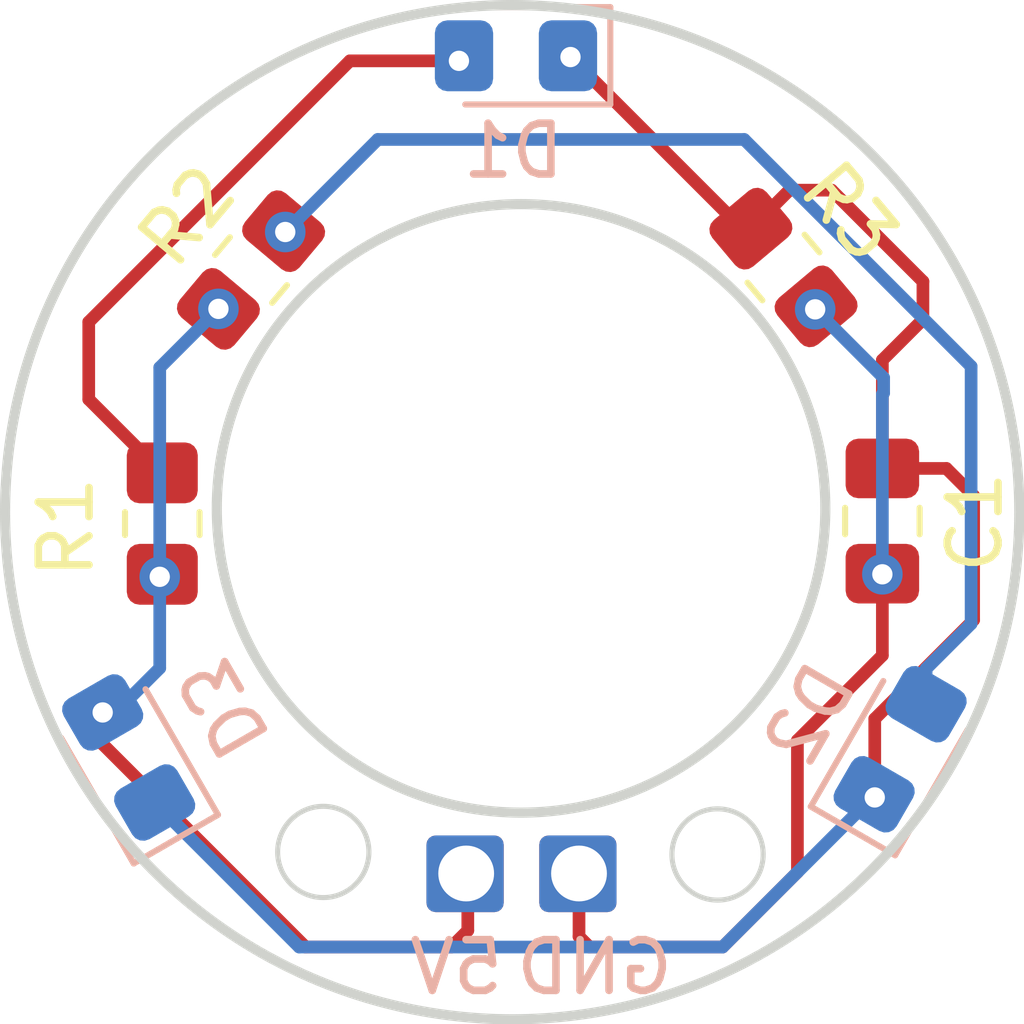
<source format=kicad_pcb>
(kicad_pcb (version 20211014) (generator pcbnew)
  (layers (0 "F.Cu" signal) (31 "B.Cu" signal) (34 "B.Paste" user) (35 "F.Paste" user) (36 "B.SilkS" user "B.Silkscreen") (37 "F.SilkS" user "F.Silkscreen") (38 "B.Mask" user) (39 "F.Mask" user) (44 "Edge.Cuts" user))
  (net 0 "")
  (net 1 "GND")
  (net 2 "+5V")
  (net 3 "Net-(D1-Pad2)")
  (net 4 "Net-(C1-Pad1)")
  (net 5 "Net-(D2-Pad2)")
  (footprint "Resistor_SMD:R_0805_2012Metric_Pad1.20x1.40mm_HandSolder" (layer "F.Cu") (at 279.725 121.525 50)
    (fp_text reference "R2" (at 0 -1.65 50) (layer "F.SilkS"))
    (fp_text value "30.7Ω" hide)
    (fp_line (start -0.227064 -0.735) (end 0.227064 -0.735) (layer "F.SilkS") (width 0.12))
    (fp_line (start -0.227064 0.735) (end 0.227064 0.735) (layer "F.SilkS") (width 0.12))
    (pad "1" smd roundrect (at -1 0 50) (size 1.2 1.4) (layers "F.Cu" "F.Paste" "F.Mask") (roundrect_rratio 0.208333) (net 2 "+5V"))
    (pad "2" smd roundrect (at 1 0 50) (size 1.2 1.4) (layers "F.Cu" "F.Paste" "F.Mask") (roundrect_rratio 0.208333) (net 5 "Net-(D2-Pad2)"))
  )
  (footprint "Resistor_SMD:R_0805_2012Metric_Pad1.20x1.40mm_HandSolder" (layer "F.Cu") (at 290.225 121.475 -50)
    (fp_text reference "R3" (at -0.007025 -1.702924 130) (layer "F.SilkS"))
    (fp_text value "18.8Ω" hide)
    (fp_line (start -0.227064 0.735) (end 0.227064 0.735) (layer "F.SilkS") (width 0.12))
    (fp_line (start -0.227064 -0.735) (end 0.227064 -0.735) (layer "F.SilkS") (width 0.12))
    (pad "1" smd roundrect (at -1 0 310) (size 1.2 1.4) (layers "F.Cu" "F.Paste" "F.Mask") (roundrect_rratio 0.208333) (net 4 "Net-(C1-Pad1)"))
    (pad "2" smd roundrect (at 1 0 310) (size 1.2 1.4) (layers "F.Cu" "F.Paste" "F.Mask") (roundrect_rratio 0.208333) (net 1 "GND"))
  )
  (footprint "Resistor_SMD:R_0805_2012Metric_Pad1.20x1.40mm_HandSolder" (layer "F.Cu") (at 277.975 126.525 90)
    (fp_text reference "R1" (at -0.075 -1.9 90) (layer "F.SilkS"))
    (fp_text value "34.7Ω" hide)
    (fp_line (start -0.227064 -0.735) (end 0.227064 -0.735) (layer "F.SilkS") (width 0.12))
    (fp_line (start -0.227064 0.735) (end 0.227064 0.735) (layer "F.SilkS") (width 0.12))
    (pad "1" smd roundrect (at -1 0 90) (size 1.2 1.4) (layers "F.Cu" "F.Paste" "F.Mask") (roundrect_rratio 0.208333) (net 2 "+5V"))
    (pad "2" smd roundrect (at 1 0 90) (size 1.2 1.4) (layers "F.Cu" "F.Paste" "F.Mask") (roundrect_rratio 0.208333) (net 3 "Net-(D1-Pad2)"))
  )
  (footprint "Capacitor_SMD:C_0805_2012Metric_Pad1.18x1.45mm_HandSolder" (layer "F.Cu") (at 292.175 126.475 -90)
    (fp_text reference "C1" (at 0.025 -1.825 90) (layer "F.SilkS"))
    (fp_text value "C" hide)
    (fp_line (start -0.261252 0.735) (end 0.261252 0.735) (layer "F.SilkS") (width 0.12))
    (fp_line (start -0.261252 -0.735) (end 0.261252 -0.735) (layer "F.SilkS") (width 0.12))
    (pad "1" smd roundrect (at -1.0375 0 270) (size 1.175 1.45) (layers "F.Cu" "F.Paste" "F.Mask") (roundrect_rratio 0.212766) (net 4 "Net-(C1-Pad1)"))
    (pad "2" smd roundrect (at 1.0375 0 270) (size 1.175 1.45) (layers "F.Cu" "F.Paste" "F.Mask") (roundrect_rratio 0.212766) (net 1 "GND"))
  )
  (footprint "Connector_Wire:SolderWire-0.5sqmm_1x01_D0.9mm_OD2.1mm" (layer "B.Cu") (at 286.425 133.425 180)
    (fp_text reference "TP2" hide)
    (fp_text value "GND" (at -0.075 -1.85) (layer "B.SilkS") (effects (justify mirror)))
    (pad "1" thru_hole roundrect (at 0.232 0 180) (size 1.524 1.512) (drill 1.1 (offset 0.022 -0.006)) (layers *.Cu *.Mask) (roundrect_rratio 0.119048) (net 1 "GND"))
  )
  (footprint "Connector_Wire:SolderWire-0.5sqmm_1x01_D0.9mm_OD2.1mm" (layer "B.Cu") (at 284.2 133.425 180)
    (fp_text reference "TP1" hide)
    (fp_text value "5V" (at 0.425 -1.85) (layer "B.SilkS") (effects (justify mirror)))
    (pad "1" thru_hole roundrect (at 0.232 0 180) (size 1.524 1.512) (drill 1.1 (offset 0.022 -0.006)) (layers *.Cu *.Mask) (roundrect_rratio 0.119048) (net 2 "+5V"))
  )
  (footprint "LED_SMD:LED_0805_2012Metric_Pad1.15x1.40mm_HandSolder" (layer "B.Cu") (at 284.95 117.3 180)
    (fp_text reference "D1" (at 0.05 -1.875) (layer "B.SilkS") (effects (justify mirror)))
    (fp_text value "LED Green" hide)
    (fp_line (start -1.86 0.96) (end -1.86 -0.96) (layer "B.SilkS") (width 0.12))
    (fp_line (start 1 0.96) (end -1.86 0.96) (layer "B.SilkS") (width 0.12))
    (fp_line (start -1.86 -0.96) (end 1 -0.96) (layer "B.SilkS") (width 0.12))
    (pad "1" smd roundrect (at -1.025 0 180) (size 1.15 1.4) (layers "B.Cu" "B.Paste" "B.Mask") (roundrect_rratio 0.217391) (net 4 "Net-(C1-Pad1)"))
    (pad "2" smd roundrect (at 1.025 0 180) (size 1.15 1.4) (layers "B.Cu" "B.Paste" "B.Mask") (roundrect_rratio 0.217391) (net 3 "Net-(D1-Pad2)"))
  )
  (footprint "LED_SMD:LED_0805_2012Metric_Pad1.15x1.40mm_HandSolder" (layer "B.Cu") (at 292.525 130.975 60)
    (fp_text reference "D2" (at -0.30173 -1.877387 60) (layer "B.SilkS") (effects (justify mirror)))
    (fp_text value "LED Red" hide)
    (fp_line (start -1.86 0.96) (end -1.86 -0.96) (layer "B.SilkS") (width 0.12))
    (fp_line (start 1 0.96) (end -1.86 0.96) (layer "B.SilkS") (width 0.12))
    (fp_line (start -1.86 -0.96) (end 1 -0.96) (layer "B.SilkS") (width 0.12))
    (pad "1" smd roundrect (at -1.025 0 60) (size 1.15 1.4) (layers "B.Cu" "B.Paste" "B.Mask") (roundrect_rratio 0.217391) (net 4 "Net-(C1-Pad1)"))
    (pad "2" smd roundrect (at 1.025 0 60) (size 1.15 1.4) (layers "B.Cu" "B.Paste" "B.Mask") (roundrect_rratio 0.217391) (net 5 "Net-(D2-Pad2)"))
  )
  (footprint "LED_SMD:LED_0805_2012Metric_Pad1.15x1.40mm_HandSolder" (layer "B.Cu") (at 277.3125 131.137324 120)
    (fp_text reference "D3" (at -0.094504 2.038333 120) (layer "B.SilkS") (effects (justify mirror)))
    (fp_text value "LED Blue" hide)
    (fp_line (start 1 0.96) (end -1.86 0.96) (layer "B.SilkS") (width 0.12))
    (fp_line (start -1.86 -0.96) (end 1 -0.96) (layer "B.SilkS") (width 0.12))
    (fp_line (start -1.86 0.96) (end -1.86 -0.96) (layer "B.SilkS") (width 0.12))
    (pad "1" smd roundrect (at -1.025 0 120) (size 1.15 1.4) (layers "B.Cu" "B.Paste" "B.Mask") (roundrect_rratio 0.217391) (net 4 "Net-(C1-Pad1)"))
    (pad "2" smd roundrect (at 1.025 0 120) (size 1.15 1.4) (layers "B.Cu" "B.Paste" "B.Mask") (roundrect_rratio 0.217391) (net 2 "+5V"))
  )
  (gr_circle (center 288.925 133.05) (end 289.825 133.05) (layer "Edge.Cuts") (width 0.1) (fill none))
  (gr_circle (center 285.05 126.225) (end 291.05 126.225) (layer "Edge.Cuts") (width 0.2) (fill none))
  (gr_circle (center 284.875 126.3) (end 294.875 126.3) (layer "Edge.Cuts") (width 0.2) (fill none))
  (gr_circle (center 281.15 133) (end 282.05 133) (layer "Edge.Cuts") (width 0.1) (fill none))
  (segment (start 292.175 127.525) (end 292.175 127.5125) (width 0.25) (layer "F.Cu") (net 1))
  (segment (start 286.4 134.875) (end 286.193 134.668) (width 0.25) (layer "F.Cu") (net 1))
  (segment (start 290.5 130.8) (end 290.5 133.4) (width 0.25) (layer "F.Cu") (net 1))
  (segment (start 289.025 134.875) (end 286.4 134.875) (width 0.25) (layer "F.Cu") (net 1))
  (segment (start 292.175 129.125) (end 290.5 130.8) (width 0.25) (layer "F.Cu") (net 1))
  (segment (start 292.175 127.525) (end 292.175 129.125) (width 0.25) (layer "F.Cu") (net 1))
  (segment (start 290.5 133.4) (end 289.025 134.875) (width 0.25) (layer "F.Cu") (net 1))
  (segment (start 286.193 134.668) (end 286.193 133.425) (width 0.25) (layer "F.Cu") (net 1))
  (via (at 290.85 122.3) (size 0.8) (drill 0.4) (layers "F.Cu" "B.Cu") (net 1))
  (via (at 292.175 127.525) (size 0.8) (drill 0.4) (layers "F.Cu" "B.Cu") (net 1))
  (segment (start 290.85 122.3) (end 292.2 123.65) (width 0.25) (layer "B.Cu") (net 1))
  (segment (start 292.2 123.95) (end 292.175 123.975) (width 0.25) (layer "B.Cu") (net 1))
  (segment (start 292.175 123.975) (end 292.175 127.525) (width 0.25) (layer "B.Cu") (net 1))
  (segment (start 292.2 123.65) (end 292.2 123.95) (width 0.25) (layer "B.Cu") (net 1))
  (segment (start 283.675 134.875) (end 284 134.55) (width 0.25) (layer "F.Cu") (net 2))
  (segment (start 284 133.457) (end 283.968 133.425) (width 0.25) (layer "F.Cu") (net 2))
  (segment (start 276.8 130.249648) (end 276.8 130.875) (width 0.25) (layer "F.Cu") (net 2))
  (segment (start 280.8 134.875) (end 283.675 134.875) (width 0.25) (layer "F.Cu") (net 2))
  (segment (start 276.8 130.875) (end 280.8 134.875) (width 0.25) (layer "F.Cu") (net 2))
  (segment (start 284 134.55) (end 284 133.457) (width 0.25) (layer "F.Cu") (net 2))
  (via (at 279.082212 122.291044) (size 0.8) (drill 0.4) (layers "F.Cu" "B.Cu") (net 2))
  (via (at 277.925 127.575) (size 0.8) (drill 0.4) (layers "F.Cu" "B.Cu") (net 2))
  (via (at 276.8 130.249648) (size 0.8) (drill 0.4) (layers "F.Cu" "B.Cu") (net 2))
  (segment (start 277.925 127.575) (end 277.925 123.448256) (width 0.25) (layer "B.Cu") (net 2))
  (segment (start 277.925 129.375) (end 277.925 127.575) (width 0.25) (layer "B.Cu") (net 2))
  (segment (start 277.050352 130.249648) (end 277.925 129.375) (width 0.25) (layer "B.Cu") (net 2))
  (segment (start 277.925 123.448256) (end 279.082212 122.291044) (width 0.25) (layer "B.Cu") (net 2))
  (segment (start 276.8 130.249648) (end 277.050352 130.249648) (width 0.25) (layer "B.Cu") (net 2))
  (segment (start 276.525 122.55) (end 281.675 117.4) (width 0.25) (layer "F.Cu") (net 3))
  (segment (start 277.975 125.525) (end 276.525 124.075) (width 0.25) (layer "F.Cu") (net 3))
  (segment (start 276.525 124.075) (end 276.525 122.55) (width 0.25) (layer "F.Cu") (net 3))
  (segment (start 281.675 117.4) (end 283.825 117.4) (width 0.25) (layer "F.Cu") (net 3))
  (via (at 283.825 117.4) (size 0.8) (drill 0.4) (layers "F.Cu" "B.Cu") (net 3))
  (segment (start 291.175 119.95) (end 290.341168 119.95) (width 0.25) (layer "F.Cu") (net 4))
  (segment (start 293.975 125.975) (end 293.4375 125.4375) (width 0.25) (layer "F.Cu") (net 4))
  (segment (start 292.975 121.75) (end 291.175 119.95) (width 0.25) (layer "F.Cu") (net 4))
  (segment (start 293.975 128.425) (end 293.975 125.975) (width 0.25) (layer "F.Cu") (net 4))
  (segment (start 289.408956 120.708956) (end 289.582212 120.708956) (width 0.25) (layer "F.Cu") (net 4))
  (segment (start 292.975 122.5) (end 292.975 121.75) (width 0.25) (layer "F.Cu") (net 4))
  (segment (start 292.175 125.4375) (end 292.175 123.3) (width 0.25) (layer "F.Cu") (net 4))
  (segment (start 290.341168 119.95) (end 289.582212 120.708956) (width 0.25) (layer "F.Cu") (net 4))
  (segment (start 292.025 130.375) (end 293.975 128.425) (width 0.25) (layer "F.Cu") (net 4))
  (segment (start 286.025 117.325) (end 289.408956 120.708956) (width 0.25) (layer "F.Cu") (net 4))
  (segment (start 292.025 131.925) (end 292.025 130.375) (width 0.25) (layer "F.Cu") (net 4))
  (segment (start 292.175 123.3) (end 292.975 122.5) (width 0.25) (layer "F.Cu") (net 4))
  (segment (start 293.4375 125.4375) (end 292.175 125.4375) (width 0.25) (layer "F.Cu") (net 4))
  (via (at 286.025 117.325) (size 0.8) (drill 0.4) (layers "F.Cu" "B.Cu") (net 4))
  (via (at 292.025 131.925) (size 0.8) (drill 0.4) (layers "F.Cu" "B.Cu") (net 4))
  (segment (start 291.975 131.925) (end 292.025 131.925) (width 0.25) (layer "B.Cu") (net 4))
  (segment (start 277.825 132.025) (end 280.675 134.875) (width 0.25) (layer "B.Cu") (net 4))
  (segment (start 292.0125 131.9125) (end 292.025 131.925) (width 0.25) (layer "B.Cu") (net 4))
  (segment (start 292.0125 131.862676) (end 292.0125 131.9125) (width 0.25) (layer "B.Cu") (net 4))
  (segment (start 289.025 134.875) (end 291.975 131.925) (width 0.25) (layer "B.Cu") (net 4))
  (segment (start 280.675 134.875) (end 289.025 134.875) (width 0.25) (layer "B.Cu") (net 4))
  (via (at 280.4 120.775) (size 0.8) (drill 0.4) (layers "F.Cu" "B.Cu") (net 5))
  (segment (start 289.45 118.95) (end 282.225 118.95) (width 0.25) (layer "B.Cu") (net 5))
  (segment (start 293.925 128.5) (end 293.925 123.425) (width 0.25) (layer "B.Cu") (net 5))
  (segment (start 293.0375 130.087324) (end 293.0375 129.3875) (width 0.25) (layer "B.Cu") (net 5))
  (segment (start 293.0375 129.3875) (end 293.925 128.5) (width 0.25) (layer "B.Cu") (net 5))
  (segment (start 282.225 118.95) (end 280.4 120.775) (width 0.25) (layer "B.Cu") (net 5))
  (segment (start 293.925 123.425) (end 289.45 118.95) (width 0.25) (layer "B.Cu") (net 5))
)
</source>
